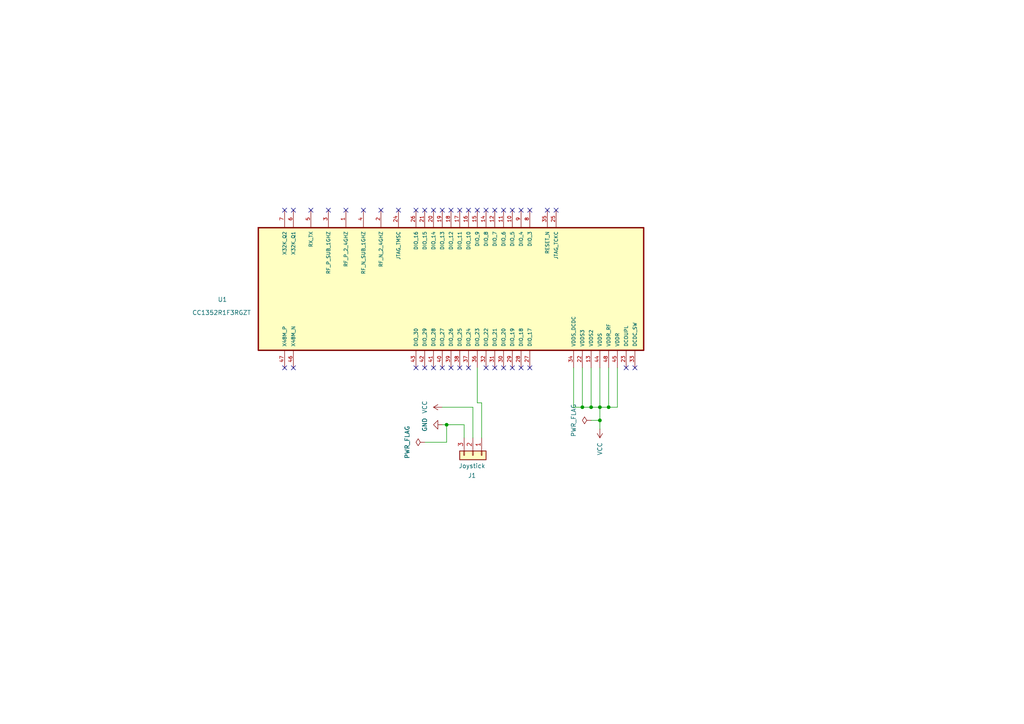
<source format=kicad_sch>
(kicad_sch
	(version 20231120)
	(generator "eeschema")
	(generator_version "8.0")
	(uuid "9472d5b0-0c61-4bf6-a7fe-d058f9c35a7e")
	(paper "A4")
	(lib_symbols
		(symbol "CC1352R1F3RGZT:CC1352R1F3RGZT"
			(pin_names
				(offset 1.016)
			)
			(exclude_from_sim no)
			(in_bom yes)
			(on_board yes)
			(property "Reference" "U"
				(at -17.78 56.88 0)
				(effects
					(font
						(size 1.27 1.27)
					)
					(justify left bottom)
				)
			)
			(property "Value" "CC1352R1F3RGZT"
				(at -17.78 -59.88 0)
				(effects
					(font
						(size 1.27 1.27)
					)
					(justify left bottom)
				)
			)
			(property "Footprint" "CC1352R1F3RGZT:QFN50P700X700X100-49N"
				(at 0 0 0)
				(effects
					(font
						(size 1.27 1.27)
					)
					(justify bottom)
					(hide yes)
				)
			)
			(property "Datasheet" ""
				(at 0 0 0)
				(effects
					(font
						(size 1.27 1.27)
					)
					(hide yes)
				)
			)
			(property "Description" ""
				(at 0 0 0)
				(effects
					(font
						(size 1.27 1.27)
					)
					(hide yes)
				)
			)
			(property "MF" "Texas Instruments"
				(at 0 0 0)
				(effects
					(font
						(size 1.27 1.27)
					)
					(justify bottom)
					(hide yes)
				)
			)
			(property "Description_1" "\n                        \n                            SimpleLink™ 32-bit Arm Cortex-M4F multiprotocol Sub-1 GHz & 2.4 GHz wireless MCU with 352kB Flash\n                        \n"
				(at 0 0 0)
				(effects
					(font
						(size 1.27 1.27)
					)
					(justify bottom)
					(hide yes)
				)
			)
			(property "Package" "VQFN-48 Texas Instruments"
				(at 0 0 0)
				(effects
					(font
						(size 1.27 1.27)
					)
					(justify bottom)
					(hide yes)
				)
			)
			(property "Price" "None"
				(at 0 0 0)
				(effects
					(font
						(size 1.27 1.27)
					)
					(justify bottom)
					(hide yes)
				)
			)
			(property "SnapEDA_Link" "https://www.snapeda.com/parts/CC1352R1F3RGZT/Texas+Instruments/view-part/?ref=snap"
				(at 0 0 0)
				(effects
					(font
						(size 1.27 1.27)
					)
					(justify bottom)
					(hide yes)
				)
			)
			(property "MP" "CC1352R1F3RGZT"
				(at 0 0 0)
				(effects
					(font
						(size 1.27 1.27)
					)
					(justify bottom)
					(hide yes)
				)
			)
			(property "Availability" "In Stock"
				(at 0 0 0)
				(effects
					(font
						(size 1.27 1.27)
					)
					(justify bottom)
					(hide yes)
				)
			)
			(property "Check_prices" "https://www.snapeda.com/parts/CC1352R1F3RGZT/Texas+Instruments/view-part/?ref=eda"
				(at 0 0 0)
				(effects
					(font
						(size 1.27 1.27)
					)
					(justify bottom)
					(hide yes)
				)
			)
			(symbol "CC1352R1F3RGZT_0_0"
				(rectangle
					(start -17.78 -55.88)
					(end 17.78 55.88)
					(stroke
						(width 0.41)
						(type default)
					)
					(fill
						(type background)
					)
				)
				(pin bidirectional line
					(at -22.86 -30.48 0)
					(length 5.08)
					(name "RF_P_2_4GHZ"
						(effects
							(font
								(size 1.016 1.016)
							)
						)
					)
					(number "1"
						(effects
							(font
								(size 1.016 1.016)
							)
						)
					)
				)
				(pin bidirectional line
					(at -22.86 17.78 0)
					(length 5.08)
					(name "DIO_5"
						(effects
							(font
								(size 1.016 1.016)
							)
						)
					)
					(number "10"
						(effects
							(font
								(size 1.016 1.016)
							)
						)
					)
				)
				(pin bidirectional line
					(at -22.86 15.24 0)
					(length 5.08)
					(name "DIO_6"
						(effects
							(font
								(size 1.016 1.016)
							)
						)
					)
					(number "11"
						(effects
							(font
								(size 1.016 1.016)
							)
						)
					)
				)
				(pin bidirectional line
					(at -22.86 12.7 0)
					(length 5.08)
					(name "DIO_7"
						(effects
							(font
								(size 1.016 1.016)
							)
						)
					)
					(number "12"
						(effects
							(font
								(size 1.016 1.016)
							)
						)
					)
				)
				(pin power_in line
					(at 22.86 40.64 180)
					(length 5.08)
					(name "VDDS2"
						(effects
							(font
								(size 1.016 1.016)
							)
						)
					)
					(number "13"
						(effects
							(font
								(size 1.016 1.016)
							)
						)
					)
				)
				(pin bidirectional line
					(at -22.86 10.16 0)
					(length 5.08)
					(name "DIO_8"
						(effects
							(font
								(size 1.016 1.016)
							)
						)
					)
					(number "14"
						(effects
							(font
								(size 1.016 1.016)
							)
						)
					)
				)
				(pin bidirectional line
					(at -22.86 7.62 0)
					(length 5.08)
					(name "DIO_9"
						(effects
							(font
								(size 1.016 1.016)
							)
						)
					)
					(number "15"
						(effects
							(font
								(size 1.016 1.016)
							)
						)
					)
				)
				(pin bidirectional line
					(at -22.86 5.08 0)
					(length 5.08)
					(name "DIO_10"
						(effects
							(font
								(size 1.016 1.016)
							)
						)
					)
					(number "16"
						(effects
							(font
								(size 1.016 1.016)
							)
						)
					)
				)
				(pin bidirectional line
					(at -22.86 2.54 0)
					(length 5.08)
					(name "DIO_11"
						(effects
							(font
								(size 1.016 1.016)
							)
						)
					)
					(number "17"
						(effects
							(font
								(size 1.016 1.016)
							)
						)
					)
				)
				(pin bidirectional line
					(at -22.86 0 0)
					(length 5.08)
					(name "DIO_12"
						(effects
							(font
								(size 1.016 1.016)
							)
						)
					)
					(number "18"
						(effects
							(font
								(size 1.016 1.016)
							)
						)
					)
				)
				(pin bidirectional line
					(at -22.86 -2.54 0)
					(length 5.08)
					(name "DIO_13"
						(effects
							(font
								(size 1.016 1.016)
							)
						)
					)
					(number "19"
						(effects
							(font
								(size 1.016 1.016)
							)
						)
					)
				)
				(pin bidirectional line
					(at -22.86 -20.32 0)
					(length 5.08)
					(name "RF_N_2_4GHZ"
						(effects
							(font
								(size 1.016 1.016)
							)
						)
					)
					(number "2"
						(effects
							(font
								(size 1.016 1.016)
							)
						)
					)
				)
				(pin bidirectional line
					(at -22.86 -5.08 0)
					(length 5.08)
					(name "DIO_14"
						(effects
							(font
								(size 1.016 1.016)
							)
						)
					)
					(number "20"
						(effects
							(font
								(size 1.016 1.016)
							)
						)
					)
				)
				(pin bidirectional line
					(at -22.86 -7.62 0)
					(length 5.08)
					(name "DIO_15"
						(effects
							(font
								(size 1.016 1.016)
							)
						)
					)
					(number "21"
						(effects
							(font
								(size 1.016 1.016)
							)
						)
					)
				)
				(pin power_in line
					(at 22.86 38.1 180)
					(length 5.08)
					(name "VDDS3"
						(effects
							(font
								(size 1.016 1.016)
							)
						)
					)
					(number "22"
						(effects
							(font
								(size 1.016 1.016)
							)
						)
					)
				)
				(pin power_in line
					(at 22.86 50.8 180)
					(length 5.08)
					(name "DCOUPL"
						(effects
							(font
								(size 1.016 1.016)
							)
						)
					)
					(number "23"
						(effects
							(font
								(size 1.016 1.016)
							)
						)
					)
				)
				(pin bidirectional line
					(at -22.86 -15.24 0)
					(length 5.08)
					(name "JTAG_TMSC"
						(effects
							(font
								(size 1.016 1.016)
							)
						)
					)
					(number "24"
						(effects
							(font
								(size 1.016 1.016)
							)
						)
					)
				)
				(pin input line
					(at -22.86 30.48 0)
					(length 5.08)
					(name "JTAG_TCKC"
						(effects
							(font
								(size 1.016 1.016)
							)
						)
					)
					(number "25"
						(effects
							(font
								(size 1.016 1.016)
							)
						)
					)
				)
				(pin bidirectional line
					(at -22.86 -10.16 0)
					(length 5.08)
					(name "DIO_16"
						(effects
							(font
								(size 1.016 1.016)
							)
						)
					)
					(number "26"
						(effects
							(font
								(size 1.016 1.016)
							)
						)
					)
				)
				(pin bidirectional line
					(at 22.86 22.86 180)
					(length 5.08)
					(name "DIO_17"
						(effects
							(font
								(size 1.016 1.016)
							)
						)
					)
					(number "27"
						(effects
							(font
								(size 1.016 1.016)
							)
						)
					)
				)
				(pin bidirectional line
					(at 22.86 20.32 180)
					(length 5.08)
					(name "DIO_18"
						(effects
							(font
								(size 1.016 1.016)
							)
						)
					)
					(number "28"
						(effects
							(font
								(size 1.016 1.016)
							)
						)
					)
				)
				(pin bidirectional line
					(at 22.86 17.78 180)
					(length 5.08)
					(name "DIO_19"
						(effects
							(font
								(size 1.016 1.016)
							)
						)
					)
					(number "29"
						(effects
							(font
								(size 1.016 1.016)
							)
						)
					)
				)
				(pin bidirectional line
					(at -22.86 -35.56 0)
					(length 5.08)
					(name "RF_P_SUB_1GHZ"
						(effects
							(font
								(size 1.016 1.016)
							)
						)
					)
					(number "3"
						(effects
							(font
								(size 1.016 1.016)
							)
						)
					)
				)
				(pin bidirectional line
					(at 22.86 15.24 180)
					(length 5.08)
					(name "DIO_20"
						(effects
							(font
								(size 1.016 1.016)
							)
						)
					)
					(number "30"
						(effects
							(font
								(size 1.016 1.016)
							)
						)
					)
				)
				(pin bidirectional line
					(at 22.86 12.7 180)
					(length 5.08)
					(name "DIO_21"
						(effects
							(font
								(size 1.016 1.016)
							)
						)
					)
					(number "31"
						(effects
							(font
								(size 1.016 1.016)
							)
						)
					)
				)
				(pin bidirectional line
					(at 22.86 10.16 180)
					(length 5.08)
					(name "DIO_22"
						(effects
							(font
								(size 1.016 1.016)
							)
						)
					)
					(number "32"
						(effects
							(font
								(size 1.016 1.016)
							)
						)
					)
				)
				(pin power_in line
					(at 22.86 53.34 180)
					(length 5.08)
					(name "DCDC_SW"
						(effects
							(font
								(size 1.016 1.016)
							)
						)
					)
					(number "33"
						(effects
							(font
								(size 1.016 1.016)
							)
						)
					)
				)
				(pin power_in line
					(at 22.86 35.56 180)
					(length 5.08)
					(name "VDDS_DCDC"
						(effects
							(font
								(size 1.016 1.016)
							)
						)
					)
					(number "34"
						(effects
							(font
								(size 1.016 1.016)
							)
						)
					)
				)
				(pin input line
					(at -22.86 27.94 0)
					(length 5.08)
					(name "RESET_N"
						(effects
							(font
								(size 1.016 1.016)
							)
						)
					)
					(number "35"
						(effects
							(font
								(size 1.016 1.016)
							)
						)
					)
				)
				(pin bidirectional line
					(at 22.86 7.62 180)
					(length 5.08)
					(name "DIO_23"
						(effects
							(font
								(size 1.016 1.016)
							)
						)
					)
					(number "36"
						(effects
							(font
								(size 1.016 1.016)
							)
						)
					)
				)
				(pin bidirectional line
					(at 22.86 5.08 180)
					(length 5.08)
					(name "DIO_24"
						(effects
							(font
								(size 1.016 1.016)
							)
						)
					)
					(number "37"
						(effects
							(font
								(size 1.016 1.016)
							)
						)
					)
				)
				(pin bidirectional line
					(at 22.86 2.54 180)
					(length 5.08)
					(name "DIO_25"
						(effects
							(font
								(size 1.016 1.016)
							)
						)
					)
					(number "38"
						(effects
							(font
								(size 1.016 1.016)
							)
						)
					)
				)
				(pin bidirectional line
					(at 22.86 0 180)
					(length 5.08)
					(name "DIO_26"
						(effects
							(font
								(size 1.016 1.016)
							)
						)
					)
					(number "39"
						(effects
							(font
								(size 1.016 1.016)
							)
						)
					)
				)
				(pin bidirectional line
					(at -22.86 -25.4 0)
					(length 5.08)
					(name "RF_N_SUB_1GHZ"
						(effects
							(font
								(size 1.016 1.016)
							)
						)
					)
					(number "4"
						(effects
							(font
								(size 1.016 1.016)
							)
						)
					)
				)
				(pin bidirectional line
					(at 22.86 -2.54 180)
					(length 5.08)
					(name "DIO_27"
						(effects
							(font
								(size 1.016 1.016)
							)
						)
					)
					(number "40"
						(effects
							(font
								(size 1.016 1.016)
							)
						)
					)
				)
				(pin bidirectional line
					(at 22.86 -5.08 180)
					(length 5.08)
					(name "DIO_28"
						(effects
							(font
								(size 1.016 1.016)
							)
						)
					)
					(number "41"
						(effects
							(font
								(size 1.016 1.016)
							)
						)
					)
				)
				(pin bidirectional line
					(at 22.86 -7.62 180)
					(length 5.08)
					(name "DIO_29"
						(effects
							(font
								(size 1.016 1.016)
							)
						)
					)
					(number "42"
						(effects
							(font
								(size 1.016 1.016)
							)
						)
					)
				)
				(pin bidirectional line
					(at 22.86 -10.16 180)
					(length 5.08)
					(name "DIO_30"
						(effects
							(font
								(size 1.016 1.016)
							)
						)
					)
					(number "43"
						(effects
							(font
								(size 1.016 1.016)
							)
						)
					)
				)
				(pin power_in line
					(at 22.86 43.18 180)
					(length 5.08)
					(name "VDDS"
						(effects
							(font
								(size 1.016 1.016)
							)
						)
					)
					(number "44"
						(effects
							(font
								(size 1.016 1.016)
							)
						)
					)
				)
				(pin power_in line
					(at 22.86 48.26 180)
					(length 5.08)
					(name "VDDR"
						(effects
							(font
								(size 1.016 1.016)
							)
						)
					)
					(number "45"
						(effects
							(font
								(size 1.016 1.016)
							)
						)
					)
				)
				(pin bidirectional line
					(at 22.86 -45.72 180)
					(length 5.08)
					(name "X48M_N"
						(effects
							(font
								(size 1.016 1.016)
							)
						)
					)
					(number "46"
						(effects
							(font
								(size 1.016 1.016)
							)
						)
					)
				)
				(pin bidirectional line
					(at 22.86 -48.26 180)
					(length 5.08)
					(name "X48M_P"
						(effects
							(font
								(size 1.016 1.016)
							)
						)
					)
					(number "47"
						(effects
							(font
								(size 1.016 1.016)
							)
						)
					)
				)
				(pin power_in line
					(at 22.86 45.72 180)
					(length 5.08)
					(name "VDDR_RF"
						(effects
							(font
								(size 1.016 1.016)
							)
						)
					)
					(number "48"
						(effects
							(font
								(size 1.016 1.016)
							)
						)
					)
				)
				(pin bidirectional line
					(at -22.86 -40.64 0)
					(length 5.08)
					(name "RX_TX"
						(effects
							(font
								(size 1.016 1.016)
							)
						)
					)
					(number "5"
						(effects
							(font
								(size 1.016 1.016)
							)
						)
					)
				)
				(pin bidirectional line
					(at -22.86 -45.72 0)
					(length 5.08)
					(name "X32K_Q1"
						(effects
							(font
								(size 1.016 1.016)
							)
						)
					)
					(number "6"
						(effects
							(font
								(size 1.016 1.016)
							)
						)
					)
				)
				(pin bidirectional line
					(at -22.86 -48.26 0)
					(length 5.08)
					(name "X32K_Q2"
						(effects
							(font
								(size 1.016 1.016)
							)
						)
					)
					(number "7"
						(effects
							(font
								(size 1.016 1.016)
							)
						)
					)
				)
				(pin bidirectional line
					(at -22.86 22.86 0)
					(length 5.08)
					(name "DIO_3"
						(effects
							(font
								(size 1.016 1.016)
							)
						)
					)
					(number "8"
						(effects
							(font
								(size 1.016 1.016)
							)
						)
					)
				)
				(pin bidirectional line
					(at -22.86 20.32 0)
					(length 5.08)
					(name "DIO_4"
						(effects
							(font
								(size 1.016 1.016)
							)
						)
					)
					(number "9"
						(effects
							(font
								(size 1.016 1.016)
							)
						)
					)
				)
			)
		)
		(symbol "Connector_Generic:Conn_01x03"
			(pin_names
				(offset 1.016) hide)
			(exclude_from_sim no)
			(in_bom yes)
			(on_board yes)
			(property "Reference" "J"
				(at 0 5.08 0)
				(effects
					(font
						(size 1.27 1.27)
					)
				)
			)
			(property "Value" "Conn_01x03"
				(at 0 -5.08 0)
				(effects
					(font
						(size 1.27 1.27)
					)
				)
			)
			(property "Footprint" ""
				(at 0 0 0)
				(effects
					(font
						(size 1.27 1.27)
					)
					(hide yes)
				)
			)
			(property "Datasheet" "~"
				(at 0 0 0)
				(effects
					(font
						(size 1.27 1.27)
					)
					(hide yes)
				)
			)
			(property "Description" "Generic connector, single row, 01x03, script generated (kicad-library-utils/schlib/autogen/connector/)"
				(at 0 0 0)
				(effects
					(font
						(size 1.27 1.27)
					)
					(hide yes)
				)
			)
			(property "ki_keywords" "connector"
				(at 0 0 0)
				(effects
					(font
						(size 1.27 1.27)
					)
					(hide yes)
				)
			)
			(property "ki_fp_filters" "Connector*:*_1x??_*"
				(at 0 0 0)
				(effects
					(font
						(size 1.27 1.27)
					)
					(hide yes)
				)
			)
			(symbol "Conn_01x03_1_1"
				(rectangle
					(start -1.27 -2.413)
					(end 0 -2.667)
					(stroke
						(width 0.1524)
						(type default)
					)
					(fill
						(type none)
					)
				)
				(rectangle
					(start -1.27 0.127)
					(end 0 -0.127)
					(stroke
						(width 0.1524)
						(type default)
					)
					(fill
						(type none)
					)
				)
				(rectangle
					(start -1.27 2.667)
					(end 0 2.413)
					(stroke
						(width 0.1524)
						(type default)
					)
					(fill
						(type none)
					)
				)
				(rectangle
					(start -1.27 3.81)
					(end 1.27 -3.81)
					(stroke
						(width 0.254)
						(type default)
					)
					(fill
						(type background)
					)
				)
				(pin passive line
					(at -5.08 2.54 0)
					(length 3.81)
					(name "Pin_1"
						(effects
							(font
								(size 1.27 1.27)
							)
						)
					)
					(number "1"
						(effects
							(font
								(size 1.27 1.27)
							)
						)
					)
				)
				(pin passive line
					(at -5.08 0 0)
					(length 3.81)
					(name "Pin_2"
						(effects
							(font
								(size 1.27 1.27)
							)
						)
					)
					(number "2"
						(effects
							(font
								(size 1.27 1.27)
							)
						)
					)
				)
				(pin passive line
					(at -5.08 -2.54 0)
					(length 3.81)
					(name "Pin_3"
						(effects
							(font
								(size 1.27 1.27)
							)
						)
					)
					(number "3"
						(effects
							(font
								(size 1.27 1.27)
							)
						)
					)
				)
			)
		)
		(symbol "power:GND"
			(power)
			(pin_numbers hide)
			(pin_names
				(offset 0) hide)
			(exclude_from_sim no)
			(in_bom yes)
			(on_board yes)
			(property "Reference" "#PWR"
				(at 0 -6.35 0)
				(effects
					(font
						(size 1.27 1.27)
					)
					(hide yes)
				)
			)
			(property "Value" "GND"
				(at 0 -3.81 0)
				(effects
					(font
						(size 1.27 1.27)
					)
				)
			)
			(property "Footprint" ""
				(at 0 0 0)
				(effects
					(font
						(size 1.27 1.27)
					)
					(hide yes)
				)
			)
			(property "Datasheet" ""
				(at 0 0 0)
				(effects
					(font
						(size 1.27 1.27)
					)
					(hide yes)
				)
			)
			(property "Description" "Power symbol creates a global label with name \"GND\" , ground"
				(at 0 0 0)
				(effects
					(font
						(size 1.27 1.27)
					)
					(hide yes)
				)
			)
			(property "ki_keywords" "global power"
				(at 0 0 0)
				(effects
					(font
						(size 1.27 1.27)
					)
					(hide yes)
				)
			)
			(symbol "GND_0_1"
				(polyline
					(pts
						(xy 0 0) (xy 0 -1.27) (xy 1.27 -1.27) (xy 0 -2.54) (xy -1.27 -1.27) (xy 0 -1.27)
					)
					(stroke
						(width 0)
						(type default)
					)
					(fill
						(type none)
					)
				)
			)
			(symbol "GND_1_1"
				(pin power_in line
					(at 0 0 270)
					(length 0)
					(name "~"
						(effects
							(font
								(size 1.27 1.27)
							)
						)
					)
					(number "1"
						(effects
							(font
								(size 1.27 1.27)
							)
						)
					)
				)
			)
		)
		(symbol "power:PWR_FLAG"
			(power)
			(pin_numbers hide)
			(pin_names
				(offset 0) hide)
			(exclude_from_sim no)
			(in_bom yes)
			(on_board yes)
			(property "Reference" "#FLG"
				(at 0 1.905 0)
				(effects
					(font
						(size 1.27 1.27)
					)
					(hide yes)
				)
			)
			(property "Value" "PWR_FLAG"
				(at 0 3.81 0)
				(effects
					(font
						(size 1.27 1.27)
					)
				)
			)
			(property "Footprint" ""
				(at 0 0 0)
				(effects
					(font
						(size 1.27 1.27)
					)
					(hide yes)
				)
			)
			(property "Datasheet" "~"
				(at 0 0 0)
				(effects
					(font
						(size 1.27 1.27)
					)
					(hide yes)
				)
			)
			(property "Description" "Special symbol for telling ERC where power comes from"
				(at 0 0 0)
				(effects
					(font
						(size 1.27 1.27)
					)
					(hide yes)
				)
			)
			(property "ki_keywords" "flag power"
				(at 0 0 0)
				(effects
					(font
						(size 1.27 1.27)
					)
					(hide yes)
				)
			)
			(symbol "PWR_FLAG_0_0"
				(pin power_out line
					(at 0 0 90)
					(length 0)
					(name "~"
						(effects
							(font
								(size 1.27 1.27)
							)
						)
					)
					(number "1"
						(effects
							(font
								(size 1.27 1.27)
							)
						)
					)
				)
			)
			(symbol "PWR_FLAG_0_1"
				(polyline
					(pts
						(xy 0 0) (xy 0 1.27) (xy -1.016 1.905) (xy 0 2.54) (xy 1.016 1.905) (xy 0 1.27)
					)
					(stroke
						(width 0)
						(type default)
					)
					(fill
						(type none)
					)
				)
			)
		)
		(symbol "power:VCC"
			(power)
			(pin_numbers hide)
			(pin_names
				(offset 0) hide)
			(exclude_from_sim no)
			(in_bom yes)
			(on_board yes)
			(property "Reference" "#PWR"
				(at 0 -3.81 0)
				(effects
					(font
						(size 1.27 1.27)
					)
					(hide yes)
				)
			)
			(property "Value" "VCC"
				(at 0 3.556 0)
				(effects
					(font
						(size 1.27 1.27)
					)
				)
			)
			(property "Footprint" ""
				(at 0 0 0)
				(effects
					(font
						(size 1.27 1.27)
					)
					(hide yes)
				)
			)
			(property "Datasheet" ""
				(at 0 0 0)
				(effects
					(font
						(size 1.27 1.27)
					)
					(hide yes)
				)
			)
			(property "Description" "Power symbol creates a global label with name \"VCC\""
				(at 0 0 0)
				(effects
					(font
						(size 1.27 1.27)
					)
					(hide yes)
				)
			)
			(property "ki_keywords" "global power"
				(at 0 0 0)
				(effects
					(font
						(size 1.27 1.27)
					)
					(hide yes)
				)
			)
			(symbol "VCC_0_1"
				(polyline
					(pts
						(xy -0.762 1.27) (xy 0 2.54)
					)
					(stroke
						(width 0)
						(type default)
					)
					(fill
						(type none)
					)
				)
				(polyline
					(pts
						(xy 0 0) (xy 0 2.54)
					)
					(stroke
						(width 0)
						(type default)
					)
					(fill
						(type none)
					)
				)
				(polyline
					(pts
						(xy 0 2.54) (xy 0.762 1.27)
					)
					(stroke
						(width 0)
						(type default)
					)
					(fill
						(type none)
					)
				)
			)
			(symbol "VCC_1_1"
				(pin power_in line
					(at 0 0 90)
					(length 0)
					(name "~"
						(effects
							(font
								(size 1.27 1.27)
							)
						)
					)
					(number "1"
						(effects
							(font
								(size 1.27 1.27)
							)
						)
					)
				)
			)
		)
	)
	(junction
		(at 171.45 118.11)
		(diameter 0)
		(color 0 0 0 0)
		(uuid "1304a064-09b1-49d9-845e-10a5171d745b")
	)
	(junction
		(at 176.53 118.11)
		(diameter 0)
		(color 0 0 0 0)
		(uuid "1c52ae0c-4429-4795-9e6d-f8e64e87e7fd")
	)
	(junction
		(at 173.99 121.92)
		(diameter 0)
		(color 0 0 0 0)
		(uuid "36e9c2f1-e998-451d-acd8-94d20be709aa")
	)
	(junction
		(at 129.54 123.19)
		(diameter 0)
		(color 0 0 0 0)
		(uuid "4212c9bd-9b97-47c0-a930-df3873981fab")
	)
	(junction
		(at 168.91 118.11)
		(diameter 0)
		(color 0 0 0 0)
		(uuid "e3161606-f0fa-4bec-8c0c-7a4d2f3baf9f")
	)
	(junction
		(at 173.99 118.11)
		(diameter 0)
		(color 0 0 0 0)
		(uuid "eba98a0e-86ff-4875-9b3e-ff28cc268a6a")
	)
	(no_connect
		(at 148.59 60.96)
		(uuid "00ec66dc-067a-41c1-a5a8-e58fc7f12135")
	)
	(no_connect
		(at 151.13 106.68)
		(uuid "033c333f-90dc-4565-a2cd-e2e91f2d3385")
	)
	(no_connect
		(at 153.67 106.68)
		(uuid "06f5d707-afab-48c9-b258-147aaf7a2992")
	)
	(no_connect
		(at 151.13 60.96)
		(uuid "0cffa733-6996-4058-ab33-e3d71ec23de7")
	)
	(no_connect
		(at 184.15 106.68)
		(uuid "12dc144a-5218-481c-894b-d5b2a1f4033d")
	)
	(no_connect
		(at 125.73 106.68)
		(uuid "1b247c75-73ac-40d0-ac4c-2a7606f30e67")
	)
	(no_connect
		(at 82.55 60.96)
		(uuid "1cde5f6a-e23d-4409-81d6-9deaf36b4222")
	)
	(no_connect
		(at 95.25 60.96)
		(uuid "21567b0c-f21d-4803-9958-5cd20ff0d0e3")
	)
	(no_connect
		(at 140.97 106.68)
		(uuid "28bee1f9-bcd0-420c-9641-e6c965e74570")
	)
	(no_connect
		(at 135.89 60.96)
		(uuid "2bf2aab9-af35-46ac-9e3c-9c1b3dca6e3a")
	)
	(no_connect
		(at 130.81 106.68)
		(uuid "2e9756ed-a5c0-4170-a249-b466c3586446")
	)
	(no_connect
		(at 133.35 106.68)
		(uuid "2ee7a93d-fb38-4d9d-8a07-f7314f801d9f")
	)
	(no_connect
		(at 85.09 106.68)
		(uuid "2f99def3-51dc-46ed-82f1-66dd751c6aad")
	)
	(no_connect
		(at 143.51 60.96)
		(uuid "37762f46-8ea0-44d0-bc3b-cda971a44df8")
	)
	(no_connect
		(at 138.43 60.96)
		(uuid "3a2ce440-815e-42f2-b62a-4bbfc1a9a8b3")
	)
	(no_connect
		(at 90.17 60.96)
		(uuid "4e515537-58fc-4f3a-b20b-5e461c508d8f")
	)
	(no_connect
		(at 158.75 60.96)
		(uuid "55c72ea7-ba04-40d9-ac9a-aca9ae9cdd57")
	)
	(no_connect
		(at 181.61 106.68)
		(uuid "55d60a1b-3d6f-403e-84d6-4d43e4532805")
	)
	(no_connect
		(at 125.73 60.96)
		(uuid "5b7359df-c5b1-4153-8e0c-ff48152b4cdf")
	)
	(no_connect
		(at 161.29 60.96)
		(uuid "6041bebb-697b-4cf1-aad7-e7749f96d142")
	)
	(no_connect
		(at 123.19 60.96)
		(uuid "61a72f03-f914-44ad-b899-7134c538a783")
	)
	(no_connect
		(at 115.57 60.96)
		(uuid "70eb04a4-431b-441f-970a-f37018f69faf")
	)
	(no_connect
		(at 153.67 60.96)
		(uuid "7b63650a-5395-4bd8-b870-87291666d7ec")
	)
	(no_connect
		(at 100.33 60.96)
		(uuid "842896d3-425c-4e18-a315-3a99b4103184")
	)
	(no_connect
		(at 120.65 60.96)
		(uuid "9557cea3-866a-4b4c-84a5-2ca902df2fdf")
	)
	(no_connect
		(at 143.51 106.68)
		(uuid "9d23d3d3-f5d0-45d7-aa93-a8444628c995")
	)
	(no_connect
		(at 146.05 60.96)
		(uuid "a67b6b97-b6d9-44ee-9d12-46d28a1ba4cf")
	)
	(no_connect
		(at 146.05 106.68)
		(uuid "aa4b3b1d-80ab-4191-a6f4-f52f3dd2f573")
	)
	(no_connect
		(at 105.41 60.96)
		(uuid "aac88bd4-fe84-4271-b8f0-8d548263072e")
	)
	(no_connect
		(at 120.65 106.68)
		(uuid "ad02b937-6f85-43ce-94fe-887ec9be5c51")
	)
	(no_connect
		(at 128.27 60.96)
		(uuid "ad98bc6f-565b-4ea2-a9a1-0284d6811eb7")
	)
	(no_connect
		(at 148.59 106.68)
		(uuid "b0a181d7-60bc-4250-9ee0-aa114bef08ff")
	)
	(no_connect
		(at 140.97 60.96)
		(uuid "b475f113-7661-4590-bafd-7c2346620224")
	)
	(no_connect
		(at 135.89 106.68)
		(uuid "b6d34ece-b5dd-4bc7-8f7d-b22b400485eb")
	)
	(no_connect
		(at 82.55 106.68)
		(uuid "bb0a2cd6-3ea6-4c2e-9afd-d507f683c37d")
	)
	(no_connect
		(at 123.19 106.68)
		(uuid "bb52ef45-992e-45ca-bfae-7033d4298f4c")
	)
	(no_connect
		(at 128.27 106.68)
		(uuid "bebd0331-7438-471e-ab0d-91be7c1d0354")
	)
	(no_connect
		(at 85.09 60.96)
		(uuid "bfcf4d39-d1ad-4e14-ba96-992bd34279d8")
	)
	(no_connect
		(at 110.49 60.96)
		(uuid "c59c7cd1-5c26-4381-a727-541b55724df7")
	)
	(no_connect
		(at 133.35 60.96)
		(uuid "efb06858-546c-498d-a11b-7569f013a53d")
	)
	(no_connect
		(at 130.81 60.96)
		(uuid "fb04bcca-b734-4cbd-bf11-3025b2dbf50f")
	)
	(wire
		(pts
			(xy 171.45 121.92) (xy 173.99 121.92)
		)
		(stroke
			(width 0)
			(type default)
		)
		(uuid "05030455-8248-4d01-83b8-bf80f21652bb")
	)
	(wire
		(pts
			(xy 139.7 127) (xy 139.7 116.84)
		)
		(stroke
			(width 0)
			(type default)
		)
		(uuid "0ae2fc8d-af84-4c28-8f1c-b391023a6c23")
	)
	(wire
		(pts
			(xy 129.54 128.27) (xy 129.54 123.19)
		)
		(stroke
			(width 0)
			(type default)
		)
		(uuid "0c50f408-f1f6-4afd-81cb-13ce5b74f495")
	)
	(wire
		(pts
			(xy 166.37 106.68) (xy 166.37 118.11)
		)
		(stroke
			(width 0)
			(type default)
		)
		(uuid "1858dcb3-d760-46b7-9da2-69930367cf94")
	)
	(wire
		(pts
			(xy 179.07 118.11) (xy 176.53 118.11)
		)
		(stroke
			(width 0)
			(type default)
		)
		(uuid "2e5a380b-b721-4e06-b636-ec6cef47a49a")
	)
	(wire
		(pts
			(xy 168.91 118.11) (xy 168.91 106.68)
		)
		(stroke
			(width 0)
			(type default)
		)
		(uuid "3fcd373e-3e0b-4242-8208-42816ac8e7ca")
	)
	(wire
		(pts
			(xy 123.19 128.27) (xy 129.54 128.27)
		)
		(stroke
			(width 0)
			(type default)
		)
		(uuid "40b0b066-a421-405b-8b62-32e0f03a403a")
	)
	(wire
		(pts
			(xy 173.99 121.92) (xy 173.99 124.46)
		)
		(stroke
			(width 0)
			(type default)
		)
		(uuid "4c93c34e-8d9a-4e88-899c-3b8ac37186fb")
	)
	(wire
		(pts
			(xy 137.16 127) (xy 137.16 118.11)
		)
		(stroke
			(width 0)
			(type default)
		)
		(uuid "4e456831-d381-44f1-8259-857ea9b86e9b")
	)
	(wire
		(pts
			(xy 176.53 118.11) (xy 173.99 118.11)
		)
		(stroke
			(width 0)
			(type default)
		)
		(uuid "54675fe4-7b51-44df-b3b4-4728e0cb2ad5")
	)
	(wire
		(pts
			(xy 129.54 123.19) (xy 128.27 123.19)
		)
		(stroke
			(width 0)
			(type default)
		)
		(uuid "5950abfb-2f0a-4a5e-870f-8faa5c63210d")
	)
	(wire
		(pts
			(xy 179.07 106.68) (xy 179.07 118.11)
		)
		(stroke
			(width 0)
			(type default)
		)
		(uuid "69489c67-39f4-41e1-9fbf-e5d101c0479f")
	)
	(wire
		(pts
			(xy 134.62 127) (xy 134.62 123.19)
		)
		(stroke
			(width 0)
			(type default)
		)
		(uuid "6e53eeda-0856-4762-9858-655ba8e01089")
	)
	(wire
		(pts
			(xy 138.43 116.84) (xy 138.43 106.68)
		)
		(stroke
			(width 0)
			(type default)
		)
		(uuid "7e1df2a3-c1c5-4d85-ad8d-d20290162e9c")
	)
	(wire
		(pts
			(xy 168.91 118.11) (xy 171.45 118.11)
		)
		(stroke
			(width 0)
			(type default)
		)
		(uuid "9f5956f9-f8c2-4737-acd0-24505fe551dd")
	)
	(wire
		(pts
			(xy 176.53 106.68) (xy 176.53 118.11)
		)
		(stroke
			(width 0)
			(type default)
		)
		(uuid "abd6e4d9-9fa1-4900-a8d1-c4d74052dc61")
	)
	(wire
		(pts
			(xy 173.99 118.11) (xy 173.99 106.68)
		)
		(stroke
			(width 0)
			(type default)
		)
		(uuid "ae7e5f3f-1c0f-48af-8531-d2a56825d4c7")
	)
	(wire
		(pts
			(xy 171.45 118.11) (xy 171.45 106.68)
		)
		(stroke
			(width 0)
			(type default)
		)
		(uuid "b1f652d9-9ef2-4b2e-817c-0824964d3576")
	)
	(wire
		(pts
			(xy 166.37 118.11) (xy 168.91 118.11)
		)
		(stroke
			(width 0)
			(type default)
		)
		(uuid "c09b0775-f27c-445d-8f94-0fcaaaf00235")
	)
	(wire
		(pts
			(xy 134.62 123.19) (xy 129.54 123.19)
		)
		(stroke
			(width 0)
			(type default)
		)
		(uuid "c8bac0e9-0970-4bce-b095-0a324fa4e04c")
	)
	(wire
		(pts
			(xy 139.7 116.84) (xy 138.43 116.84)
		)
		(stroke
			(width 0)
			(type default)
		)
		(uuid "dcaa7e88-ae40-4438-aee3-b207ebae9633")
	)
	(wire
		(pts
			(xy 173.99 118.11) (xy 173.99 121.92)
		)
		(stroke
			(width 0)
			(type default)
		)
		(uuid "e086fcde-5b12-4def-b3cb-f3f79df83741")
	)
	(wire
		(pts
			(xy 137.16 118.11) (xy 128.27 118.11)
		)
		(stroke
			(width 0)
			(type default)
		)
		(uuid "f01832b4-7695-431b-baef-68913424c357")
	)
	(wire
		(pts
			(xy 171.45 118.11) (xy 173.99 118.11)
		)
		(stroke
			(width 0)
			(type default)
		)
		(uuid "ff76823a-1863-42cf-8707-cf2553ffc5c1")
	)
	(symbol
		(lib_id "Connector_Generic:Conn_01x03")
		(at 137.16 132.08 270)
		(unit 1)
		(exclude_from_sim no)
		(in_bom yes)
		(on_board yes)
		(dnp no)
		(uuid "319bbaa6-928d-4e61-aac5-6490b8ca7b4f")
		(property "Reference" "J1"
			(at 136.906 137.922 90)
			(effects
				(font
					(size 1.27 1.27)
				)
			)
		)
		(property "Value" "Joystick"
			(at 136.906 135.128 90)
			(effects
				(font
					(size 1.27 1.27)
				)
			)
		)
		(property "Footprint" ""
			(at 137.16 132.08 0)
			(effects
				(font
					(size 1.27 1.27)
				)
				(hide yes)
			)
		)
		(property "Datasheet" "~"
			(at 137.16 132.08 0)
			(effects
				(font
					(size 1.27 1.27)
				)
				(hide yes)
			)
		)
		(property "Description" "Generic connector, single row, 01x03, script generated (kicad-library-utils/schlib/autogen/connector/)"
			(at 137.16 132.08 0)
			(effects
				(font
					(size 1.27 1.27)
				)
				(hide yes)
			)
		)
		(pin "2"
			(uuid "11400bfc-d6cb-4a43-ae96-ca0ed595d258")
		)
		(pin "1"
			(uuid "d4e16587-09a3-4d41-adb5-a67e3ddb2087")
		)
		(pin "3"
			(uuid "979f9ee5-093d-4658-90d0-8ea18e523b9e")
		)
		(instances
			(project "DA4_Schematics"
				(path "/9472d5b0-0c61-4bf6-a7fe-d058f9c35a7e"
					(reference "J1")
					(unit 1)
				)
			)
		)
	)
	(symbol
		(lib_id "power:PWR_FLAG")
		(at 123.19 128.27 90)
		(unit 1)
		(exclude_from_sim no)
		(in_bom yes)
		(on_board yes)
		(dnp no)
		(fields_autoplaced yes)
		(uuid "8b055715-1c8c-4c65-a092-785dbd2cbf96")
		(property "Reference" "#FLG02"
			(at 121.285 128.27 0)
			(effects
				(font
					(size 1.27 1.27)
				)
				(hide yes)
			)
		)
		(property "Value" "PWR_FLAG"
			(at 118.11 128.27 0)
			(effects
				(font
					(size 1.27 1.27)
				)
			)
		)
		(property "Footprint" ""
			(at 123.19 128.27 0)
			(effects
				(font
					(size 1.27 1.27)
				)
				(hide yes)
			)
		)
		(property "Datasheet" "~"
			(at 123.19 128.27 0)
			(effects
				(font
					(size 1.27 1.27)
				)
				(hide yes)
			)
		)
		(property "Description" "Special symbol for telling ERC where power comes from"
			(at 123.19 128.27 0)
			(effects
				(font
					(size 1.27 1.27)
				)
				(hide yes)
			)
		)
		(pin "1"
			(uuid "3330a5d0-9d20-46f2-b0db-2c5eccc3eef7")
		)
		(instances
			(project "DA4_Schematics"
				(path "/9472d5b0-0c61-4bf6-a7fe-d058f9c35a7e"
					(reference "#FLG02")
					(unit 1)
				)
			)
		)
	)
	(symbol
		(lib_id "power:VCC")
		(at 173.99 124.46 180)
		(unit 1)
		(exclude_from_sim no)
		(in_bom yes)
		(on_board yes)
		(dnp no)
		(fields_autoplaced yes)
		(uuid "b1a0f62e-2d0f-4ce0-b67d-37392fdf27e6")
		(property "Reference" "#PWR01"
			(at 173.99 120.65 0)
			(effects
				(font
					(size 1.27 1.27)
				)
				(hide yes)
			)
		)
		(property "Value" "VCC"
			(at 173.9899 128.27 90)
			(effects
				(font
					(size 1.27 1.27)
				)
				(justify left)
			)
		)
		(property "Footprint" ""
			(at 173.99 124.46 0)
			(effects
				(font
					(size 1.27 1.27)
				)
				(hide yes)
			)
		)
		(property "Datasheet" ""
			(at 173.99 124.46 0)
			(effects
				(font
					(size 1.27 1.27)
				)
				(hide yes)
			)
		)
		(property "Description" "Power symbol creates a global label with name \"VCC\""
			(at 173.99 124.46 0)
			(effects
				(font
					(size 1.27 1.27)
				)
				(hide yes)
			)
		)
		(pin "1"
			(uuid "c06d76a2-3579-49f2-a9b4-e6830a3b442d")
		)
		(instances
			(project "DA4_Schematics"
				(path "/9472d5b0-0c61-4bf6-a7fe-d058f9c35a7e"
					(reference "#PWR01")
					(unit 1)
				)
			)
		)
	)
	(symbol
		(lib_id "CC1352R1F3RGZT:CC1352R1F3RGZT")
		(at 130.81 83.82 270)
		(unit 1)
		(exclude_from_sim no)
		(in_bom yes)
		(on_board yes)
		(dnp no)
		(uuid "c19a8b22-9707-4e0c-b90c-47c46f672186")
		(property "Reference" "U1"
			(at 64.516 86.868 90)
			(effects
				(font
					(size 1.27 1.27)
				)
			)
		)
		(property "Value" "CC1352R1F3RGZT"
			(at 64.262 90.678 90)
			(effects
				(font
					(size 1.27 1.27)
				)
			)
		)
		(property "Footprint" "CC1352R1F3RGZT:QFN50P700X700X100-49N"
			(at 130.81 83.82 0)
			(effects
				(font
					(size 1.27 1.27)
				)
				(justify bottom)
				(hide yes)
			)
		)
		(property "Datasheet" ""
			(at 130.81 83.82 0)
			(effects
				(font
					(size 1.27 1.27)
				)
				(hide yes)
			)
		)
		(property "Description" ""
			(at 130.81 83.82 0)
			(effects
				(font
					(size 1.27 1.27)
				)
				(hide yes)
			)
		)
		(property "MF" "Texas Instruments"
			(at 130.81 83.82 0)
			(effects
				(font
					(size 1.27 1.27)
				)
				(justify bottom)
				(hide yes)
			)
		)
		(property "Description_1" "\n                        \n                            SimpleLink™ 32-bit Arm Cortex-M4F multiprotocol Sub-1 GHz & 2.4 GHz wireless MCU with 352kB Flash\n                        \n"
			(at 130.81 83.82 0)
			(effects
				(font
					(size 1.27 1.27)
				)
				(justify bottom)
				(hide yes)
			)
		)
		(property "Package" "VQFN-48 Texas Instruments"
			(at 130.81 83.82 0)
			(effects
				(font
					(size 1.27 1.27)
				)
				(justify bottom)
				(hide yes)
			)
		)
		(property "Price" "None"
			(at 130.81 83.82 0)
			(effects
				(font
					(size 1.27 1.27)
				)
				(justify bottom)
				(hide yes)
			)
		)
		(property "SnapEDA_Link" "https://www.snapeda.com/parts/CC1352R1F3RGZT/Texas+Instruments/view-part/?ref=snap"
			(at 130.81 83.82 0)
			(effects
				(font
					(size 1.27 1.27)
				)
				(justify bottom)
				(hide yes)
			)
		)
		(property "MP" "CC1352R1F3RGZT"
			(at 130.81 83.82 0)
			(effects
				(font
					(size 1.27 1.27)
				)
				(justify bottom)
				(hide yes)
			)
		)
		(property "Availability" "In Stock"
			(at 130.81 83.82 0)
			(effects
				(font
					(size 1.27 1.27)
				)
				(justify bottom)
				(hide yes)
			)
		)
		(property "Check_prices" "https://www.snapeda.com/parts/CC1352R1F3RGZT/Texas+Instruments/view-part/?ref=eda"
			(at 130.81 83.82 0)
			(effects
				(font
					(size 1.27 1.27)
				)
				(justify bottom)
				(hide yes)
			)
		)
		(pin "15"
			(uuid "cfabfff9-99f5-4733-8b6f-bfbdb0518e97")
		)
		(pin "13"
			(uuid "a947aabb-9fb9-4e81-b0af-110df1eaba3f")
		)
		(pin "22"
			(uuid "e7e1b128-5f8b-4b4f-a1b1-98e11167c753")
		)
		(pin "38"
			(uuid "363b35bc-003a-4cc7-92b4-3e708df4518a")
		)
		(pin "36"
			(uuid "a6c77ba8-b7c5-467f-a8ba-fdc4f8586a2c")
		)
		(pin "45"
			(uuid "c9a0f03e-91a6-42a4-b8a5-344261130714")
		)
		(pin "7"
			(uuid "cafa8b62-d96f-4e43-8af0-56f54032d647")
		)
		(pin "41"
			(uuid "b11c11f2-d0f6-401a-a82d-a0f155069e74")
		)
		(pin "17"
			(uuid "a7765489-7129-441c-935f-61676ed8c2a3")
		)
		(pin "43"
			(uuid "cae2769c-5e43-43eb-8736-e1198eb244dc")
		)
		(pin "46"
			(uuid "e70129d2-cbb1-4a66-8c69-aaa71cc82f14")
		)
		(pin "47"
			(uuid "db3cb467-1934-4521-9456-4e6a0059c323")
		)
		(pin "4"
			(uuid "59f04200-d5e8-46e1-8c8a-946b1ae93aff")
		)
		(pin "6"
			(uuid "741cd7d5-3012-4b4a-b5dc-987ce81109b2")
		)
		(pin "14"
			(uuid "9c6445ed-cbe0-4516-a342-8bb3fc353cfb")
		)
		(pin "1"
			(uuid "b0e65b87-e64a-469b-815b-3c9f42c8180f")
		)
		(pin "29"
			(uuid "c4f75878-68f3-45c3-8a78-4b40f6811d39")
		)
		(pin "8"
			(uuid "1c2f4678-8fea-4626-b87b-44432c892905")
		)
		(pin "44"
			(uuid "17dcca08-ae4f-4171-b80b-93e0ffc68a91")
		)
		(pin "11"
			(uuid "1455202f-f9be-49fa-99c0-7d381f498986")
		)
		(pin "20"
			(uuid "4c513cc3-a7bc-436f-99e3-74aa4fb99ab9")
		)
		(pin "12"
			(uuid "160ff914-2009-4245-8ede-e17e5bf4e334")
		)
		(pin "33"
			(uuid "8b296420-2e1f-4b1c-b388-a838160fbb28")
		)
		(pin "16"
			(uuid "1dfdd801-432d-43c0-a12d-0c094fd45597")
		)
		(pin "19"
			(uuid "7f6da848-8bc6-45db-baa3-ae781fc89c70")
		)
		(pin "32"
			(uuid "0ce26849-6750-42f4-9b44-dc67002091ab")
		)
		(pin "42"
			(uuid "37b11491-f756-40de-b7bf-28ce8dd54ace")
		)
		(pin "2"
			(uuid "47dfee30-a435-414b-a320-a0192bf7931d")
		)
		(pin "21"
			(uuid "f47139ab-de23-492d-93bb-db7a15a15116")
		)
		(pin "25"
			(uuid "98743e70-c4dc-431e-8c9d-d3a75e4f00f2")
		)
		(pin "26"
			(uuid "a6601ebb-a2c2-4c26-aeb7-92cbfe414488")
		)
		(pin "28"
			(uuid "f4f3d348-46e8-489b-92e1-41913d4a21d0")
		)
		(pin "27"
			(uuid "21b992a6-9a60-4a40-920b-326768115282")
		)
		(pin "30"
			(uuid "a0a980c8-59be-4066-a402-cdfab9c2ef21")
		)
		(pin "24"
			(uuid "8c6b2f52-a404-444e-8761-3ac4c10fb4ca")
		)
		(pin "31"
			(uuid "ca683c6f-7e98-4467-9abd-bded26a9f116")
		)
		(pin "35"
			(uuid "a3e15b6f-500a-4afa-b576-93782a0b6876")
		)
		(pin "5"
			(uuid "3b028847-0d8f-4a8d-acdd-b697035845bb")
		)
		(pin "23"
			(uuid "9163ff0d-741f-490e-b244-9c6b4d4bde37")
		)
		(pin "3"
			(uuid "9146f61a-93e8-413c-aa87-15bc8634e78a")
		)
		(pin "10"
			(uuid "da6d44db-5e3a-46a2-80e7-bce96a763307")
		)
		(pin "18"
			(uuid "c1763f3e-76c5-4c31-bad2-b134827f74c6")
		)
		(pin "34"
			(uuid "f6368958-6cab-43a5-b1a2-3a7ec48a9970")
		)
		(pin "37"
			(uuid "389c9662-61c5-4c82-9a4c-164efeeb3e1e")
		)
		(pin "39"
			(uuid "44115094-ffb9-4270-8034-d3b1ea11a4ee")
		)
		(pin "40"
			(uuid "f4904def-bdc2-4d12-8029-3a26dcdd332f")
		)
		(pin "48"
			(uuid "9dbe6070-c434-4729-859b-25dd201af6f9")
		)
		(pin "9"
			(uuid "ec8b6096-4a27-457b-815d-7315e3db8837")
		)
		(instances
			(project "DA4_Schematics"
				(path "/9472d5b0-0c61-4bf6-a7fe-d058f9c35a7e"
					(reference "U1")
					(unit 1)
				)
			)
		)
	)
	(symbol
		(lib_id "power:GND")
		(at 128.27 123.19 270)
		(unit 1)
		(exclude_from_sim no)
		(in_bom yes)
		(on_board yes)
		(dnp no)
		(fields_autoplaced yes)
		(uuid "d30dc329-2749-48ef-91b7-3360baa901f8")
		(property "Reference" "#PWR03"
			(at 121.92 123.19 0)
			(effects
				(font
					(size 1.27 1.27)
				)
				(hide yes)
			)
		)
		(property "Value" "GND"
			(at 123.19 123.19 0)
			(effects
				(font
					(size 1.27 1.27)
				)
			)
		)
		(property "Footprint" ""
			(at 128.27 123.19 0)
			(effects
				(font
					(size 1.27 1.27)
				)
				(hide yes)
			)
		)
		(property "Datasheet" ""
			(at 128.27 123.19 0)
			(effects
				(font
					(size 1.27 1.27)
				)
				(hide yes)
			)
		)
		(property "Description" "Power symbol creates a global label with name \"GND\" , ground"
			(at 128.27 123.19 0)
			(effects
				(font
					(size 1.27 1.27)
				)
				(hide yes)
			)
		)
		(pin "1"
			(uuid "1ff525eb-8d6e-4671-9d31-255c37926d14")
		)
		(instances
			(project "DA4_Schematics"
				(path "/9472d5b0-0c61-4bf6-a7fe-d058f9c35a7e"
					(reference "#PWR03")
					(unit 1)
				)
			)
		)
	)
	(symbol
		(lib_id "power:VCC")
		(at 128.27 118.11 90)
		(unit 1)
		(exclude_from_sim no)
		(in_bom yes)
		(on_board yes)
		(dnp no)
		(fields_autoplaced yes)
		(uuid "d4d542ed-f12d-4fff-af5d-3f3b0ecdf6c8")
		(property "Reference" "#PWR02"
			(at 132.08 118.11 0)
			(effects
				(font
					(size 1.27 1.27)
				)
				(hide yes)
			)
		)
		(property "Value" "VCC"
			(at 123.19 118.11 0)
			(effects
				(font
					(size 1.27 1.27)
				)
			)
		)
		(property "Footprint" ""
			(at 128.27 118.11 0)
			(effects
				(font
					(size 1.27 1.27)
				)
				(hide yes)
			)
		)
		(property "Datasheet" ""
			(at 128.27 118.11 0)
			(effects
				(font
					(size 1.27 1.27)
				)
				(hide yes)
			)
		)
		(property "Description" "Power symbol creates a global label with name \"VCC\""
			(at 128.27 118.11 0)
			(effects
				(font
					(size 1.27 1.27)
				)
				(hide yes)
			)
		)
		(pin "1"
			(uuid "90c8cd30-24ec-44bd-b4ff-7ee275296c10")
		)
		(instances
			(project "DA4_Schematics"
				(path "/9472d5b0-0c61-4bf6-a7fe-d058f9c35a7e"
					(reference "#PWR02")
					(unit 1)
				)
			)
		)
	)
	(symbol
		(lib_id "power:PWR_FLAG")
		(at 171.45 121.92 90)
		(unit 1)
		(exclude_from_sim no)
		(in_bom yes)
		(on_board yes)
		(dnp no)
		(fields_autoplaced yes)
		(uuid "f2c14bc8-4d15-48be-8acc-75d6b6c9e688")
		(property "Reference" "#FLG01"
			(at 169.545 121.92 0)
			(effects
				(font
					(size 1.27 1.27)
				)
				(hide yes)
			)
		)
		(property "Value" "PWR_FLAG"
			(at 166.37 121.92 0)
			(effects
				(font
					(size 1.27 1.27)
				)
			)
		)
		(property "Footprint" ""
			(at 171.45 121.92 0)
			(effects
				(font
					(size 1.27 1.27)
				)
				(hide yes)
			)
		)
		(property "Datasheet" "~"
			(at 171.45 121.92 0)
			(effects
				(font
					(size 1.27 1.27)
				)
				(hide yes)
			)
		)
		(property "Description" "Special symbol for telling ERC where power comes from"
			(at 171.45 121.92 0)
			(effects
				(font
					(size 1.27 1.27)
				)
				(hide yes)
			)
		)
		(pin "1"
			(uuid "e69f39e1-af54-4b6d-90bb-14c92c397c70")
		)
		(instances
			(project "DA4_Schematics"
				(path "/9472d5b0-0c61-4bf6-a7fe-d058f9c35a7e"
					(reference "#FLG01")
					(unit 1)
				)
			)
		)
	)
	(sheet_instances
		(path "/"
			(page "1")
		)
	)
)
</source>
